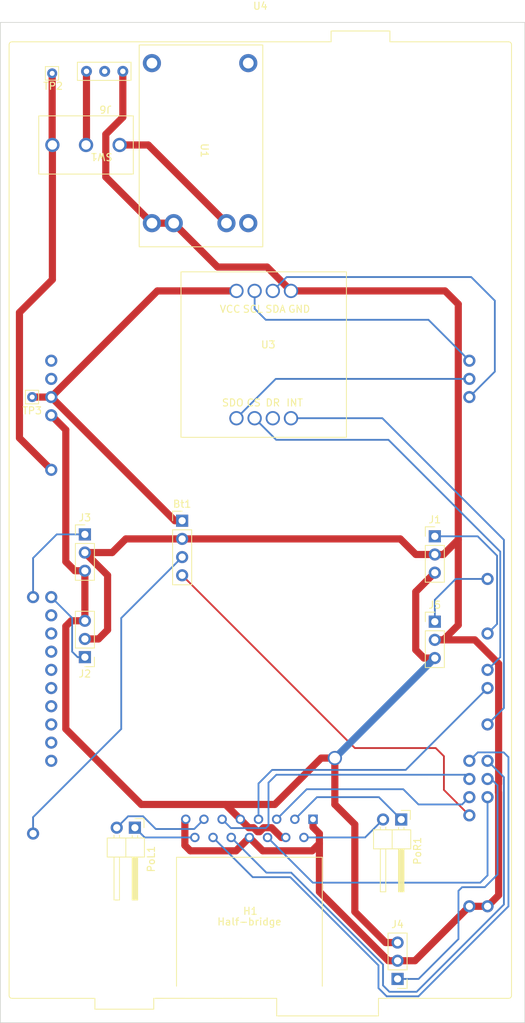
<source format=kicad_pcb>
(kicad_pcb (version 20211014) (generator pcbnew)
  (layers (0 "F.Cu" signal) (31 "B.Cu" power) (34 "B.Paste" user) (35 "F.Paste" user) (36 "B.SilkS" user "B.Silkscreen") (37 "F.SilkS" user "F.Silkscreen") (38 "B.Mask" user) (39 "F.Mask" user) (44 "Edge.Cuts" user))
  (net 0 "")
  (net 1 "GND")
  (net 2 "Net-(H1-Pad2)")
  (net 3 "Net-(H1-Pad3)")
  (net 4 "/3.3V")
  (net 5 "Net-(H1-Pad13)")
  (net 6 "Net-(H1-Pad14)")
  (net 7 "Net-(U3-Pad2)")
  (net 9 "Net-(U3-Pad4)")
  (net 10 "Net-(U4-Pad114)")
  (net 11 "Net-(U3-Pad6)")
  (net 12 "Net-(U3-Pad7)")
  (net 13 "/IOREF")
  (net 14 "Net-(J3-Pad1)")
  (net 15 "/5V")
  (net 20 "/Vin")
  (net 21 "/chrg+")
  (net 22 "/Batt+")
  (net 23 "Net-(J2-Pad1)")
  (net 24 "Net-(Bt1-Pad3)")
  (net 25 "Net-(U3-Pad1)")
  (net 26 "Net-(J5-Pad1)")
  (net 27 "Net-(H1-Pad7)")
  (net 28 "Net-(H1-Pad12)")
  (net 29 "Net-(H1-Pad10)")
  (net 30 "Net-(H1-Pad11)")
  (net 31 "Net-(J4-Pad1)")
  (net 32 "Net-(H1-Pad5)")
  (net 33 "Net-(H1-Pad6)")
  (net 34 "Net-(Bt1-Pad4)")
  (footprint "Connector_PinHeader_2.54mm:PinHeader_1x03_P2.54mm_Vertical" (layer "F.Cu") (at 149.606 166.358 180)
    (fp_text reference "J4" (at 0 7.62) (layer "F.SilkS"))
    (fp_text value "IR_sensor")
    (fp_line (start -1.33 1.27) (end -1.33 6.41) (layer "F.SilkS") (width 0.12))
    (fp_line (start -1.33 6.41) (end 1.33 6.41) (layer "F.SilkS") (width 0.12))
    (fp_line (start -1.33 0) (end -1.33 -1.33) (layer "F.SilkS") (width 0.12))
    (fp_line (start -1.33 -1.33) (end 0 -1.33) (layer "F.SilkS") (width 0.12))
    (fp_line (start 1.33 1.27) (end 1.33 6.41) (layer "F.SilkS") (width 0.12))
    (fp_line (start -1.33 1.27) (end 1.33 1.27) (layer "F.SilkS") (width 0.12))
    (pad "1" thru_hole rect (at 0 0 180) (size 1.7 1.7) (drill 1) (layers *.Cu *.Mask) (net 31 "Net-(J4-Pad1)"))
    (pad "2" thru_hole oval (at 0 2.54 180) (size 1.7 1.7) (drill 1) (layers *.Cu *.Mask) (net 1 "GND"))
    (pad "3" thru_hole oval (at 0 5.08 180) (size 1.7 1.7) (drill 1) (layers *.Cu *.Mask) (net 15 "/5V"))
  )
  (footprint "Connector_PinHeader_2.54mm:PinHeader_1x02_P2.54mm_Horizontal" (layer "F.Cu") (at 112.908 145.234 -90)
    (fp_text reference "PoL1" (at 4.385 -2.27 90) (layer "F.SilkS"))
    (fp_text value "DC-motor_L")
    (fp_line (start 4.1 0.16) (end 10.1 0.16) (layer "F.SilkS") (width 0.12))
    (fp_line (start 1.44 3.87) (end 4.1 3.87) (layer "F.SilkS") (width 0.12))
    (fp_line (start 1.44 1.27) (end 4.1 1.27) (layer "F.SilkS") (width 0.12))
    (fp_line (start 1.042929 2.92) (end 1.44 2.92) (layer "F.SilkS") (width 0.12))
    (fp_line (start 1.11 -0.38) (end 1.44 -0.38) (layer "F.SilkS") (width 0.12))
    (fp_line (start 4.1 -0.32) (end 10.1 -0.32) (layer "F.SilkS") (width 0.12))
    (fp_line (start -1.27 0) (end -1.27 -1.27) (layer "F.SilkS") (width 0.12))
    (fp_line (start 10.1 0.38) (end 4.1 0.38) (layer "F.SilkS") (width 0.12))
    (fp_line (start 4.1 0.28) (end 10.1 0.28) (layer "F.SilkS") (width 0.12))
    (fp_line (start 1.042929 2.16) (end 1.44 2.16) (layer "F.SilkS") (width 0.12))
    (fp_line (start 4.1 -1.33) (end 1.44 -1.33) (layer "F.SilkS") (width 0.12))
    (fp_line (start 10.1 2.16) (end 10.1 2.92) (layer "F.SilkS") (width 0.12))
    (fp_line (start 4.1 3.87) (end 4.1 -1.33) (layer "F.SilkS") (width 0.12))
    (fp_line (start 10.1 2.92) (end 4.1 2.92) (layer "F.SilkS") (width 0.12))
    (fp_line (start -1.27 -1.27) (end 0 -1.27) (layer "F.SilkS") (width 0.12))
    (fp_line (start 1.44 -1.33) (end 1.44 3.87) (layer "F.SilkS") (width 0.12))
    (fp_line (start 4.1 -0.08) (end 10.1 -0.08) (layer "F.SilkS") (width 0.12))
    (fp_line (start 10.1 -0.38) (end 10.1 0.38) (layer "F.SilkS") (width 0.12))
    (fp_line (start 4.1 -0.38) (end 10.1 -0.38) (layer "F.SilkS") (width 0.12))
    (fp_line (start 4.1 0.04) (end 10.1 0.04) (layer "F.SilkS") (width 0.12))
    (fp_line (start 4.1 2.16) (end 10.1 2.16) (layer "F.SilkS") (width 0.12))
    (fp_line (start 1.11 0.38) (end 1.44 0.38) (layer "F.SilkS") (width 0.12))
    (fp_line (start 4.1 -0.2) (end 10.1 -0.2) (layer "F.SilkS") (width 0.12))
    (pad "1" thru_hole rect (at 0 0 270) (size 1.7 1.7) (drill 1) (layers *.Cu *.Mask) (net 6 "Net-(H1-Pad14)"))
    (pad "2" thru_hole oval (at 0 2.54 270) (size 1.7 1.7) (drill 1) (layers *.Cu *.Mask) (net 5 "Net-(H1-Pad13)"))
  )
  (footprint "Omat:GY-50" (layer "F.Cu") (at 119.348 90.713)
    (fp_text reference "U3" (at 12.192 -12.93 unlocked) (layer "F.SilkS"))
    (fp_text value "gy50")
    (fp_text user "INT" (at 15.875 -4.826 unlocked) (layer "F.SilkS"))
    (fp_text user "VCC" (at 6.858 -17.907 unlocked) (layer "F.SilkS"))
    (fp_text user "CS" (at 10.16 -4.826 unlocked) (layer "F.SilkS"))
    (fp_text user "SCL" (at 10.033 -17.907 unlocked) (layer "F.SilkS"))
    (fp_text user "DR" (at 12.827 -4.826 unlocked) (layer "F.SilkS"))
    (fp_text user "GND" (at 16.51 -17.907 unlocked) (layer "F.SilkS"))
    (fp_text user "SDA" (at 13.208 -17.907 unlocked) (layer "F.SilkS"))
    (fp_text user "SDO" (at 7.239 -4.826 unlocked) (layer "F.SilkS"))
    (fp_rect (start 0 0) (end 23.114 -23.114) (layer "F.SilkS") (width 0.12) (fill none))
    (pad "1" thru_hole circle (at 7.747 -2.667) (size 2 2) (drill 1.5) (layers *.Cu *.Mask) (net 25 "Net-(U3-Pad1)"))
    (pad "2" thru_hole circle (at 10.287 -2.667) (size 2 2) (drill 1.5) (layers *.Cu *.Mask) (net 7 "Net-(U3-Pad2)"))
    (pad "3" thru_hole circle (at 12.827 -2.667) (size 2 2) (drill 1.5) (layers *.Cu *.Mask))
    (pad "4" thru_hole circle (at 15.367 -2.667) (size 2 2) (drill 1.5) (layers *.Cu *.Mask) (net 9 "Net-(U3-Pad4)"))
    (pad "5" thru_hole circle (at 7.747 -20.447) (size 2 2) (drill 1.5) (layers *.Cu *.Mask) (net 4 "/3.3V"))
    (pad "6" thru_hole circle (at 10.287 -20.447) (size 2 2) (drill 1.5) (layers *.Cu *.Mask) (net 11 "Net-(U3-Pad6)"))
    (pad "7" thru_hole circle (at 12.827 -20.447) (size 2 2) (drill 1.5) (layers *.Cu *.Mask) (net 12 "Net-(U3-Pad7)"))
    (pad "8" thru_hole circle (at 15.367 -20.447) (size 2 2) (drill 1.5) (layers *.Cu *.Mask) (net 1 "GND"))
  )
  (footprint "Connector_Pin:Pin_D0.7mm_L6.5mm_W1.8mm_FlatFork" (layer "F.Cu") (at 101.346 39.881)
    (fp_text reference "TP2" (at 0.127 1.778) (layer "F.SilkS"))
    (fp_text value "TestPoint")
    (fp_line (start 0.9 0.95) (end 0.9 -0.9) (layer "F.SilkS") (width 0.12))
    (fp_line (start -0.95 0.95) (end 0.9 0.95) (layer "F.SilkS") (width 0.12))
    (fp_line (start 0.9 -0.9) (end 0.9 -0.95) (layer "F.SilkS") (width 0.12))
    (fp_line (start -0.95 -0.95) (end -0.95 0.95) (layer "F.SilkS") (width 0.12))
    (fp_line (start 0.9 -0.95) (end -0.95 -0.95) (layer "F.SilkS") (width 0.12))
    (pad "1" thru_hole circle (at 0 0) (size 1.4 1.4) (drill 0.7) (layers *.Cu *.Mask) (net 20 "/Vin"))
  )
  (footprint "Connector_PinHeader_2.54mm:PinHeader_1x04_P2.54mm_Vertical" (layer "F.Cu") (at 119.507 102.362)
    (fp_text reference "Bt1" (at 0 -2.33) (layer "F.SilkS"))
    (fp_text value "Bluetooth_module")
    (fp_line (start -1.33 8.95) (end 1.33 8.95) (layer "F.SilkS") (width 0.12))
    (fp_line (start -1.33 0) (end -1.33 -1.33) (layer "F.SilkS") (width 0.12))
    (fp_line (start 1.33 1.27) (end 1.33 8.95) (layer "F.SilkS") (width 0.12))
    (fp_line (start -1.33 -1.33) (end 0 -1.33) (layer "F.SilkS") (width 0.12))
    (fp_line (start -1.33 1.27) (end -1.33 8.95) (layer "F.SilkS") (width 0.12))
    (fp_line (start -1.33 1.27) (end 1.33 1.27) (layer "F.SilkS") (width 0.12))
    (pad "1" thru_hole rect (at 0 0) (size 1.7 1.7) (drill 1) (layers *.Cu *.Mask) (net 4 "/3.3V"))
    (pad "2" thru_hole oval (at 0 2.54) (size 1.7 1.7) (drill 1) (layers *.Cu *.Mask) (net 1 "GND"))
    (pad "3" thru_hole oval (at 0 5.08) (size 1.7 1.7) (drill 1) (layers *.Cu *.Mask) (net 24 "Net-(Bt1-Pad3)"))
    (pad "4" thru_hole oval (at 0 7.62) (size 1.7 1.7) (drill 1) (layers *.Cu *.Mask) (net 34 "Net-(Bt1-Pad4)"))
  )
  (footprint "Omat:SPDT" (layer "F.Cu") (at 112.681 45.818 180)
    (fp_text reference "SW1" (at 4.445 -5.715 180 unlocked) (layer "F.SilkS"))
    (fp_text value "Pwr_Sw")
    (fp_rect (start 0 0) (end 13.208 -8.128) (layer "F.SilkS") (width 0.12) (fill none))
    (pad "1" thru_hole circle (at 11.303 -4.064 180) (size 2 2) (drill 1.3) (layers *.Cu *.Mask) (net 20 "/Vin"))
    (pad "2" thru_hole circle (at 6.604 -4.064 180) (size 2 2) (drill 1.3) (layers *.Cu *.Mask) (net 22 "/Batt+"))
    (pad "3" thru_hole circle (at 1.905 -4.064 180) (size 2 2) (drill 1.3) (layers *.Cu *.Mask) (net 21 "/chrg+"))
  )
  (footprint "Connector_PinHeader_2.54mm:PinHeader_1x03_P2.54mm_Vertical" (layer "F.Cu") (at 105.918 104.27)
    (fp_text reference "J3" (at 0 -2.33) (layer "F.SilkS"))
    (fp_text value "IR_sensor")
    (fp_line (start 1.33 1.27) (end 1.33 6.41) (layer "F.SilkS") (width 0.12))
    (fp_line (start -1.33 1.27) (end -1.33 6.41) (layer "F.SilkS") (width 0.12))
    (fp_line (start -1.33 1.27) (end 1.33 1.27) (layer "F.SilkS") (width 0.12))
    (fp_line (start -1.33 6.41) (end 1.33 6.41) (layer "F.SilkS") (width 0.12))
    (fp_line (start -1.33 -1.33) (end 0 -1.33) (layer "F.SilkS") (width 0.12))
    (fp_line (start -1.33 0) (end -1.33 -1.33) (layer "F.SilkS") (width 0.12))
    (pad "1" thru_hole rect (at 0 0) (size 1.7 1.7) (drill 1) (layers *.Cu *.Mask) (net 14 "Net-(J3-Pad1)"))
    (pad "2" thru_hole oval (at 0 2.54) (size 1.7 1.7) (drill 1) (layers *.Cu *.Mask) (net 1 "GND"))
    (pad "3" thru_hole oval (at 0 5.08) (size 1.7 1.7) (drill 1) (layers *.Cu *.Mask) (net 15 "/5V"))
  )
  (footprint "Connector_PinHeader_2.54mm:PinHeader_1x03_P2.54mm_Vertical" (layer "F.Cu") (at 105.918 121.415 180)
    (fp_text reference "J2" (at 0 -2.33) (layer "F.SilkS"))
    (fp_text value "IR_sensor")
    (fp_line (start -1.33 0) (end -1.33 -1.33) (layer "F.SilkS") (width 0.12))
    (fp_line (start 1.33 1.27) (end 1.33 6.41) (layer "F.SilkS") (width 0.12))
    (fp_line (start -1.33 6.41) (end 1.33 6.41) (layer "F.SilkS") (width 0.12))
    (fp_line (start -1.33 1.27) (end -1.33 6.41) (layer "F.SilkS") (width 0.12))
    (fp_line (start -1.33 1.27) (end 1.33 1.27) (layer "F.SilkS") (width 0.12))
    (fp_line (start -1.33 -1.33) (end 0 -1.33) (layer "F.SilkS") (width 0.12))
    (pad "1" thru_hole rect (at 0 0 180) (size 1.7 1.7) (drill 1) (layers *.Cu *.Mask) (net 23 "Net-(J2-Pad1)"))
    (pad "2" thru_hole oval (at 0 2.54 180) (size 1.7 1.7) (drill 1) (layers *.Cu *.Mask) (net 1 "GND"))
    (pad "3" thru_hole oval (at 0 5.08 180) (size 1.7 1.7) (drill 1) (layers *.Cu *.Mask) (net 15 "/5V"))
  )
  (footprint "Connector_PinHeader_2.54mm:PinHeader_1x03_P2.54mm_Vertical" (layer "F.Cu") (at 154.813 104.539)
    (fp_text reference "J1" (at 0 -2.33) (layer "F.SilkS"))
    (fp_text value "IR_sensor")
    (fp_line (start -1.33 1.27) (end 1.33 1.27) (layer "F.SilkS") (width 0.12))
    (fp_line (start -1.33 6.41) (end 1.33 6.41) (layer "F.SilkS") (width 0.12))
    (fp_line (start -1.33 0) (end -1.33 -1.33) (layer "F.SilkS") (width 0.12))
    (fp_line (start -1.33 1.27) (end -1.33 6.41) (layer "F.SilkS") (width 0.12))
    (fp_line (start -1.33 -1.33) (end 0 -1.33) (layer "F.SilkS") (width 0.12))
    (fp_line (start 1.33 1.27) (end 1.33 6.41) (layer "F.SilkS") (width 0.12))
    (pad "1" thru_hole rect (at 0 0) (size 1.7 1.7) (drill 1) (layers *.Cu *.Mask) (net 10 "Net-(U4-Pad114)"))
    (pad "2" thru_hole oval (at 0 2.54) (size 1.7 1.7) (drill 1) (layers *.Cu *.Mask) (net 1 "GND"))
    (pad "3" thru_hole oval (at 0 5.08) (size 1.7 1.7) (drill 1) (layers *.Cu *.Mask) (net 15 "/5V"))
  )
  (footprint "Omat:TPS4056" (layer "F.Cu") (at 113.506 35.912 -90)
    (fp_text reference "U1" (at 14.732 -9.12 -90 unlocked) (layer "F.SilkS"))
    (fp_text value "pwr_mgr_1")
    (fp_rect (start 0 0) (end 28.194 -17.272) (layer "F.SilkS") (width 0.12) (fill none))
    (pad "1" thru_hole circle (at 24.892 -1.778 270) (size 2.54 2.54) (drill 1.5) (layers *.Cu *.Mask) (net 1 "GND"))
    (pad "2" thru_hole circle (at 24.892 -4.826 270) (size 2.54 2.54) (drill 1.5) (layers *.Cu *.Mask) (net 1 "GND"))
    (pad "3" thru_hole circle (at 24.892 -12.192 270) (size 2.54 2.54) (drill 1.5) (layers *.Cu *.Mask) (net 21 "/chrg+"))
    (pad "4" thru_hole circle (at 24.892 -15.24 270) (size 2.54 2.54) (drill 1.5) (layers *.Cu *.Mask))
    (pad "5" thru_hole circle (at 2.54 -1.778 270) (size 2.54 2.54) (drill 1.5) (layers *.Cu *.Mask))
    (pad "6" thru_hole circle (at 2.54 -15.24 270) (size 2.54 2.54) (drill 1.5) (layers *.Cu *.Mask))
  )
  (footprint "Connector_Pin:Pin_D0.7mm_L6.5mm_W1.8mm_FlatFork" (layer "F.Cu") (at 98.552 85.09)
    (fp_text reference "TP3" (at 0 1.905) (layer "F.SilkS"))
    (fp_text value "TestPoint")
    (fp_line (start -0.95 0.95) (end 0.9 0.95) (layer "F.SilkS") (width 0.12))
    (fp_line (start 0.9 -0.95) (end -0.95 -0.95) (layer "F.SilkS") (width 0.12))
    (fp_line (start -0.95 -0.95) (end -0.95 0.95) (layer "F.SilkS") (width 0.12))
    (fp_line (start 0.9 -0.9) (end 0.9 -0.95) (layer "F.SilkS") (width 0.12))
    (fp_line (start 0.9 0.95) (end 0.9 -0.9) (layer "F.SilkS") (width 0.12))
    (pad "1" thru_hole circle (at 0 0) (size 1.4 1.4) (drill 0.7) (layers *.Cu *.Mask) (net 4 "/3.3V"))
  )
  (footprint "Connector_PinHeader_2.54mm:PinHeader_1x02_P2.54mm_Horizontal" (layer "F.Cu") (at 150.119 144.091 -90)
    (fp_text reference "PoR1" (at 4.385 -2.27 90) (layer "F.SilkS"))
    (fp_text value "DC-motor_R")
    (fp_line (start 1.44 3.87) (end 4.1 3.87) (layer "F.SilkS") (width 0.12))
    (fp_line (start 10.1 2.16) (end 10.1 2.92) (layer "F.SilkS") (width 0.12))
    (fp_line (start 10.1 -0.38) (end 10.1 0.38) (layer "F.SilkS") (width 0.12))
    (fp_line (start 4.1 2.16) (end 10.1 2.16) (layer "F.SilkS") (width 0.12))
    (fp_line (start 10.1 2.92) (end 4.1 2.92) (layer "F.SilkS") (width 0.12))
    (fp_line (start 1.11 -0.38) (end 1.44 -0.38) (layer "F.SilkS") (width 0.12))
    (fp_line (start 4.1 -0.38) (end 10.1 -0.38) (layer "F.SilkS") (width 0.12))
    (fp_line (start 1.44 -1.33) (end 1.44 3.87) (layer "F.SilkS") (width 0.12))
    (fp_line (start 1.042929 2.92) (end 1.44 2.92) (layer "F.SilkS") (width 0.12))
    (fp_line (start 1.042929 2.16) (end 1.44 2.16) (layer "F.SilkS") (width 0.12))
    (fp_line (start 4.1 -0.08) (end 10.1 -0.08) (layer "F.SilkS") (width 0.12))
    (fp_line (start 4.1 0.28) (end 10.1 0.28) (layer "F.SilkS") (width 0.12))
    (fp_line (start 4.1 -0.32) (end 10.1 -0.32) (layer "F.SilkS") (width 0.12))
    (fp_line (start -1.27 0) (end -1.27 -1.27) (layer "F.SilkS") (width 0.12))
    (fp_line (start 4.1 0.16) (end 10.1 0.16) (layer "F.SilkS") (width 0.12))
    (fp_line (start 4.1 0.04) (end 10.1 0.04) (layer "F.SilkS") (width 0.12))
    (fp_line (start 4.1 -0.2) (end 10.1 -0.2) (layer "F.SilkS") (width 0.12))
    (fp_line (start 1.11 0.38) (end 1.44 0.38) (layer "F.SilkS") (width 0.12))
    (fp_line (start 1.44 1.27) (end 4.1 1.27) (layer "F.SilkS") (width 0.12))
    (fp_line (start -1.27 -1.27) (end 0 -1.27) (layer "F.SilkS") (width 0.12))
    (fp_line (start 10.1 0.38) (end 4.1 0.38) (layer "F.SilkS") (width 0.12))
    (fp_line (start 4.1 3.87) (end 4.1 -1.33) (layer "F.SilkS") (width 0.12))
    (fp_line (start 4.1 -1.33) (end 1.44 -1.33) (layer "F.SilkS") (width 0.12))
    (pad "1" thru_hole rect (at 0 0 270) (size 1.7 1.7) (drill 1) (layers *.Cu *.Mask) (net 3 "Net-(H1-Pad3)"))
    (pad "2" thru_hole oval (at 0 2.54 270) (size 1.7 1.7) (drill 1) (layers *.Cu *.Mask) (net 2 "Net-(H1-Pad2)"))
  )
  (footprint "Omat:Connector_3pin" (layer "F.Cu") (at 112.3635 38.325 180)
    (fp_text reference "J6" (at 3.556 -6.58 180 unlocked) (layer "F.SilkS"))
    (fp_text value "BATT")
    (fp_rect (start 0 0) (end 7.493 -2.54) (layer "F.SilkS") (width 0.12) (fill none))
    (pad "1" thru_hole circle (at 1.143 -1.27 180) (size 1.524 1.524) (drill 0.762) (layers *.Cu *.Mask) (net 1 "GND"))
    (pad "2" thru_hole circle (at 3.683 -1.27 180) (size 1.524 1.524) (drill 0.762) (layers *.Cu *.Mask))
    (pad "3" thru_hole circle (at 6.223 -1.27 180) (size 1.524 1.524) (drill 0.762) (layers *.Cu *.Mask) (net 22 "/Batt+"))
  )
  (footprint "Omat:L298HN" (layer "F.Cu") (at 137.795 144.0591 180)
    (fp_text reference "H1" (at 8.763 -12.827 180) (layer "F.SilkS"))
    (fp_text value "Half-bridge" (at 8.89 -14.3129 180) (layer "F.SilkS"))
    (fp_line (start 19.0754 -5.3086) (end 19.0754 -23.3172) (layer "F.SilkS") (width 0.12))
    (fp_line (start -1.2954 -23.3172) (end -1.2954 -5.3086) (layer "F.SilkS") (width 0.12))
    (fp_line (start -1.2954 -5.3086) (end 19.0754 -5.3086) (layer "F.SilkS") (width 0.12))
    (pad "1" thru_hole rect (at 0 0 180) (size 1.3208 1.3208) (drill 0.8128) (layers *.Cu *.Mask) (net 1 "GND"))
    (pad "2" thru_hole circle (at 1.27 -2.54 180) (size 1.3208 1.3208) (drill 0.8128) (layers *.Cu *.Mask) (net 2 "Net-(H1-Pad2)"))
    (pad "3" thru_hole circle (at 2.54 0 180) (size 1.3208 1.3208) (drill 0.8128) (layers *.Cu *.Mask) (net 3 "Net-(H1-Pad3)"))
    (pad "4" thru_hole circle (at 3.81 -2.54 180) (size 1.3208 1.3208) (drill 0.8128) (layers *.Cu *.Mask) (net 15 "/5V"))
    (pad "5" thru_hole circle (at 5.08 0 180) (size 1.3208 1.3208) (drill 0.8128) (layers *.Cu *.Mask) (net 32 "Net-(H1-Pad5)"))
    (pad "6" thru_hole circle (at 6.35 -2.54 180) (size 1.3208 1.3208) (drill 0.8128) (layers *.Cu *.Mask) (net 33 "Net-(H1-Pad6)"))
    (pad "7" thru_hole circle (at 7.62 0 180) (size 1.3208 1.3208) (drill 0.8128) (layers *.Cu *.Mask) (net 27 "Net-(H1-Pad7)"))
    (pad "8" thru_hole circle (at 8.89 -2.54 180) (size 1.3208 1.3208) (drill 0.8128) (layers *.Cu *.Mask) (net 1 "GND"))
    (pad "9" thru_hole circle (at 10.16 0 180) (size 1.3208 1.3208) (drill 0.8128) (layers *.Cu *.Mask) (net 15 "/5V"))
    (pad "10" thru_hole circle (at 11.43 -2.54 180) (size 1.3208 1.3208) (drill 0.8128) (layers *.Cu *.Mask) (net 29 "Net-(H1-Pad10)"))
    (pad "11" thru_hole circle (at 12.7 0 180) (size 1.3208 1.3208) (drill 0.8128) (layers *.Cu *.Mask) (net 30 "Net-(H1-Pad11)"))
    (pad "12" thru_hole circle (at 13.97 -2.54 180) (size 1.3208 1.3208) (drill 0.8128) (layers *.Cu *.Mask) (net 28 "Net-(H1-Pad12)"))
    (pad "13" thru_hole circle (at 15.24 0 180) (size 1.3208 1.3208) (drill 0.8128) (layers *.Cu *.Mask) (net 5 "Net-(H1-Pad13)"))
    (pad "14" thru_hole circle (at 16.51 -2.54 180) (size 1.3208 1.3208) (drill 0.8128) (layers *.Cu *.Mask) (net 6 "Net-(H1-Pad14)"))
    (pad "15" thru_hole circle (at 17.78 0 180) (size 1.3208 1.3208) (drill 0.8128) (layers *.Cu *.Mask) (net 1 "GND"))
  )
  (footprint "Omat:ST_Morpho_Connector_144_STLink_MountingHoles_modded" (layer "F.Cu") (at 98.679 67.313)
    (fp_text reference "U4" (at 31.75 -36.83) (layer "F.SilkS"))
    (fp_text value "NUCLEO144-F429ZI")
    (fp_line (start 49.86 -31.84) (end 66.45 -31.84) (layer "F.SilkS") (width 0.12))
    (fp_line (start 8.64 101.76) (end 8.64 103.27) (layer "F.SilkS") (width 0.12))
    (fp_line (start 41.64 -31.84) (end -2.95 -31.84) (layer "F.SilkS") (width 0.12))
    (fp_line (start 8.64 101.76) (end -2.95 101.76) (layer "F.SilkS") (width 0.12))
    (fp_line (start 48.26 101.76) (end 66.45 101.76) (layer "F.SilkS") (width 0.12))
    (fp_line (start 49.86 -33.35) (end 49.86 -31.84) (layer "F.SilkS") (width 0.12))
    (fp_line (start 8.64 103.27) (end 16.86 103.27) (layer "F.SilkS") (width 0.12))
    (fp_line (start 34.04 104.21) (end 34.04 101.76) (layer "F.SilkS") (width 0.12))
    (fp_line (start 16.86 103.27) (end 16.86 101.75) (layer "F.SilkS") (width 0.12))
    (fp_line (start 48.26 101.76) (end 48.26 104.21) (layer "F.SilkS") (width 0.12))
    (fp_line (start 41.64 -31.84) (end 41.64 -33.35) (layer "F.SilkS") (width 0.12))
    (fp_line (start 41.64 -33.35) (end 49.86 -33.35) (layer "F.SilkS") (width 0.12))
    (fp_line (start 66.85 101.36) (end 66.85 -31.44) (layer "F.SilkS") (width 0.12))
    (fp_line (start -3.35 -31.44) (end -3.35 101.36) (layer "F.SilkS") (width 0.12))
    (fp_line (start 48.26 104.21) (end 34.04 104.21) (layer "F.SilkS") (width 0.12))
    (fp_line (start 34.04 101.76) (end 16.86 101.75) (layer "F.SilkS") (width 0.12))
    (fp_arc (start 66.45 -31.84) (mid 66.732843 -31.722843) (end 66.85 -31.44) (layer "F.SilkS") (width 0.12))
    (fp_arc (start -3.35 -31.44) (mid -3.232843 -31.722843) (end -2.95 -31.84) (layer "F.SilkS") (width 0.12))
    (fp_arc (start -2.95 101.76) (mid -3.232843 101.642843) (end -3.35 101.36) (layer "F.SilkS") (width 0.12))
    (fp_arc (start 66.85 101.36) (mid 66.732843 101.642843) (end 66.45 101.76) (layer "F.SilkS") (width 0.12))
    (pad "" np_thru_hole circle (at 40.55 48.3) (size 3 3) (drill 3) (layers *.Cu *.Mask))
    (pad "" np_thru_hole circle (at 55.9 -2.5) (size 3 3) (drill 3) (layers *.Cu *.Mask))
    (pad "" np_thru_hole circle (at 8.89 72.39) (size 3 3) (drill 3) (layers *.Cu *.Mask))
    (pad "" np_thru_hole circle (at 7.62 -3.81) (size 3 3) (drill 3) (layers *.Cu *.Mask))
    (pad "" np_thru_hole circle (at 54.6 72.4) (size 3 3) (drill 3) (layers *.Cu *.Mask))
    (pad "12" thru_hole circle (at 2.54 12.7) (size 1.7 1.7) (drill 1) (layers *.Cu *.Mask) (net 13 "/IOREF"))
    (pad "14" thru_hole circle (at 2.54 15.24) (size 1.7 1.7) (drill 1) (layers *.Cu *.Mask))
    (pad "16" thru_hole circle (at 2.54 17.78) (size 1.7 1.7) (drill 1) (layers *.Cu *.Mask) (net 4 "/3.3V"))
    (pad "18" thru_hole circle (at 2.54 20.32) (size 1.7 1.7) (drill 1) (layers *.Cu *.Mask) (net 15 "/5V"))
    (pad "24" thru_hole circle (at 2.54 27.94) (size 1.7 1.7) (drill 1) (layers *.Cu *.Mask) (net 20 "/Vin"))
    (pad "37" thru_hole circle (at 0 45.72) (size 1.7 1.7) (drill 1) (layers *.Cu *.Mask) (net 14 "Net-(J3-Pad1)"))
    (pad "38" thru_hole circle (at 2.54 45.72) (size 1.7 1.7) (drill 1) (layers *.Cu *.Mask) (net 23 "Net-(J2-Pad1)"))
    (pad "40" thru_hole circle (at 2.54 48.26) (size 1.7 1.7) (drill 1) (layers *.Cu *.Mask))
    (pad "42" thru_hole circle (at 2.54 50.8) (size 1.7 1.7) (drill 1) (layers *.Cu *.Mask))
    (pad "44" thru_hole circle (at 2.54 53.34) (size 1.7 1.7) (drill 1) (layers *.Cu *.Mask))
    (pad "46" thru_hole circle (at 2.54 55.88) (size 1.7 1.7) (drill 1) (layers *.Cu *.Mask))
    (pad "48" thru_hole circle (at 2.54 58.42) (size 1.7 1.7) (drill 1) (layers *.Cu *.Mask))
    (pad "50" thru_hole circle (at 2.54 60.96) (size 1.7 1.7) (drill 1) (layers *.Cu *.Mask))
    (pad "52" thru_hole circle (at 2.54 63.5) (size 1.7 1.7) (drill 1) (layers *.Cu *.Mask))
    (pad "54" thru_hole circle (at 2.54 66.04) (size 1.7 1.7) (drill 1) (layers *.Cu *.Mask))
    (pad "56" thru_hole circle (at 2.54 68.58) (size 1.7 1.7) (drill 1) (layers *.Cu *.Mask))
    (pad "63" thru_hole circle (at 0 78.74) (size 1.7 1.7) (drill 1) (layers *.Cu *.Mask) (net 24 "Net-(Bt1-Pad3)"))
    (pad "83" thru_hole circle (at 60.96 12.7) (size 1.7 1.7) (drill 1) (layers *.Cu *.Mask) (net 11 "Net-(U3-Pad6)"))
    (pad "85" thru_hole circle (at 60.96 15.24) (size 1.7 1.7) (drill 1) (layers *.Cu *.Mask) (net 25 "Net-(U3-Pad1)"))
    (pad "87" thru_hole circle (at 60.96 17.78) (size 1.7 1.7) (drill 1) (layers *.Cu *.Mask) (net 12 "Net-(U3-Pad7)"))
    (pad "108" thru_hole circle (at 63.5 43.18) (size 1.7 1.7) (drill 1) (layers *.Cu *.Mask) (net 26 "Net-(J5-Pad1)"))
    (pad "114" thru_hole circle (at 63.5 50.8) (size 1.7 1.7) (drill 1) (layers *.Cu *.Mask) (net 10 "Net-(U4-Pad114)"))
    (pad "118" thru_hole circle (at 63.5 55.88) (size 1.7 1.7) (drill 1) (layers *.Cu *.Mask) (net 7 "Net-(U3-Pad2)"))
    (pad "120" thru_hole circle (at 63.5 58.42) (size 1.7 1.7) (drill 1) (layers *.Cu *.Mask) (net 27 "Net-(H1-Pad7)"))
    (pad "124" thru_hole circle (at 63.5 63.5) (size 1.7 1.7) (drill 1) (layers *.Cu *.Mask) (net 9 "Net-(U3-Pad4)"))
    (pad "127" thru_hole circle (at 60.96 68.58) (size 1.7 1.7) (drill 1) (layers *.Cu *.Mask) (net 28 "Net-(H1-Pad12)"))
    (pad "128" thru_hole circle (at 63.5 68.58) (size 1.7 1.7) (drill 1) (layers *.Cu *.Mask) (net 29 "Net-(H1-Pad10)"))
    (pad "129" thru_hole circle (at 60.96 71.12) (size 1.7 1.7) (drill 1) (layers *.Cu *.Mask) (net 30 "Net-(H1-Pad11)"))
    (pad "130" thru_hole circle (at 63.5 71.12) (size 1.7 1.7) (drill 1) (layers *.Cu *.Mask) (net 31 "Net-(J4-Pad1)"))
    (pad "131" thru_hole circle (at 60.96 73.66) (size 1.7 1.7) (drill 1) (layers *.Cu *.Mask) (net 32 "Net-(H1-Pad5)"))
    (pad "132" thru_hole circle (at 63.5 73.66) (size 1.7 1.7) (drill 1) (layers *.Cu *.Mask) (net 33 "Net-(H1-Pad6)"))
    (pad "133" thru_hole circle (at 60.96 76.2) (size 1.7 1.7) (drill 1) (layers *.Cu *.Mask) (net 34 "Net-(Bt1-Pad4)"))
    (pad "143" thru_hole circle (at 60.96 88.9) (size 1.7 1.7) (drill 1) (layers *.Cu *.Mask) (net 1 "GND"))
    (pad "144" thru_hole circle (at 63.5 88.9) (size 1.7 1.7) (drill 1) (layers *.Cu *.Mask) (net 1 "GND"))
  )
  (footprint "Connector_PinHeader_2.54mm:PinHeader_1x03_P2.54mm_Vertical" (layer "F.Cu") (at 154.813 116.462)
    (fp_text reference "J5" (at 0 -2.33) (layer "F.SilkS"))
    (fp_text value "IR_sensor")
    (fp_line (start 1.33 1.27) (end 1.33 6.41) (layer "F.SilkS") (width 0.12))
    (fp_line (start -1.33 1.27) (end -1.33 6.41) (layer "F.SilkS") (width 0.12))
    (fp_line (start -1.33 -1.33) (end 0 -1.33) (layer "F.SilkS") (width 0.12))
    (fp_line (start -1.33 6.41) (end 1.33 6.41) (layer "F.SilkS") (width 0.12))
    (fp_line (start -1.33 0) (end -1.33 -1.33) (layer "F.SilkS") (width 0.12))
    (fp_line (start -1.33 1.27) (end 1.33 1.27) (layer "F.SilkS") (width 0.12))
    (pad "1" thru_hole rect (at 0 0) (size 1.7 1.7) (drill 1) (layers *.Cu *.Mask) (net 26 "Net-(J5-Pad1)"))
    (pad "2" thru_hole oval (at 0 2.54) (size 1.7 1.7) (drill 1) (layers *.Cu *.Mask) (net 1 "GND"))
    (pad "3" thru_hole oval (at 0 5.08) (size 1.7 1.7) (drill 1) (layers *.Cu *.Mask) (net 15 "/5V"))
  )
  (gr_rect (start 94.107 32.769) (end 167.386 172.469) (layer "Edge.Cuts") (width 0.1) (fill none))
  (segment (start 139 154.497) (end 148.321 163.818) (width 1) (layer "F.Cu") (net 1))
  (segment (start 163.703 139.100341) (end 163.728511 139.07483) (width 1) (layer "F.Cu") (net 1))
  (segment (start 108.839 54.359) (end 115.284 60.804) (width 1) (layer "F.Cu") (net 1))
  (segment (start 105.918 106.81) (end 109.09 109.982) (width 1) (layer "F.Cu") (net 1))
  (segment (start 111.2205 39.595) (end 111.2205 46.0085) (width 1) (layer "F.Cu") (net 1))
  (segment (start 119.507 104.902) (end 149.987 104.902) (width 1) (layer "F.Cu") (net 1))
  (segment (start 149.987 104.902) (end 152.164 107.079) (width 1) (layer "F.Cu") (net 1))
  (segment (start 158.089489 116.927592) (end 156.015081 119.002) (width 1) (layer "F.Cu") (net 1))
  (segment (start 109.09 109.982) (end 109.09 117.608) (width 1) (layer "F.Cu") (net 1))
  (segment (start 111.2205 46.0085) (end 108.839 48.39) (width 1) (layer "F.Cu") (net 1))
  (segment (start 138.684 154.181) (end 139 154.497) (width 1) (layer "F.Cu") (net 1))
  (segment (start 149.606 163.818) (end 152.034 163.818) (width 1) (layer "F.Cu") (net 1))
  (segment (start 105.918 118.875) (end 107.823 118.875) (width 1) (layer "F.Cu") (net 1))
  (segment (start 137.795 145.164) (end 138.684 146.053) (width 1) (layer "F.Cu") (net 1))
  (segment (start 162.179 156.213) (end 163.728511 154.663489) (width 1) (layer "F.Cu") (net 1))
  (segment (start 119.507 104.902) (end 111.633 104.902) (width 1) (layer "F.Cu") (net 1))
  (segment (start 163.728511 154.663489) (end 163.728511 140.33117) (width 1) (layer "F.Cu") (net 1))
  (segment (start 109.09 117.608) (end 108.9675 117.7305) (width 1) (layer "F.Cu") (net 1))
  (segment (start 148.321 163.818) (end 149.606 163.818) (width 1) (layer "F.Cu") (net 1))
  (segment (start 156.242 70.266) (end 158.089489 72.113489) (width 1) (layer "F.Cu") (net 1))
  (segment (start 109.725 106.81) (end 105.918 106.81) (width 1) (layer "F.Cu") (net 1))
  (segment (start 119.888 147.704) (end 119.888 144.1861) (width 1) (layer "F.Cu") (net 1))
  (segment (start 163.703 140.305659) (end 163.703 139.100341) (width 1) (layer "F.Cu") (net 1))
  (segment (start 152.034 163.818) (end 159.639 156.213) (width 1) (layer "F.Cu") (net 1))
  (segment (start 138.684 147.45) (end 138.684 154.181) (width 1) (layer "F.Cu") (net 1))
  (segment (start 163.728511 140.33117) (end 163.703 140.305659) (width 1) (layer "F.Cu") (net 1))
  (segment (start 130.7719 148.466) (end 128.905 146.5991) (width 1) (layer "F.Cu") (net 1))
  (segment (start 158.089489 72.113489) (end 158.089489 105.004592) (width 1) (layer "F.Cu") (net 1))
  (segment (start 138.684 147.45) (end 137.668 148.466) (width 1) (layer "F.Cu") (net 1))
  (segment (start 137.795 144.0591) (end 137.795 145.164) (width 1) (layer "F.Cu") (net 1))
  (segment (start 163.728511 122.326511) (end 160.404 119.002) (width 1) (layer "F.Cu") (net 1))
  (segment (start 128.905 146.5991) (end 127.0381 148.466) (width 1) (layer "F.Cu") (net 1))
  (segment (start 134.715 70.266) (end 156.242 70.266) (width 1) (layer "F.Cu") (net 1))
  (segment (start 158.089489 105.004592) (end 158.089489 116.927592) (width 1) (layer "F.Cu") (net 1))
  (segment (start 119.888 144.1861) (end 120.015 144.0591) (width 1) (layer "F.Cu") (net 1))
  (segment (start 108.839 48.39) (end 108.839 54.359) (width 1) (layer "F.Cu") (net 1))
  (segment (start 160.404 119.002) (end 154.813 119.002) (width 1) (layer "F.Cu") (net 1))
  (segment (start 152.164 107.079) (end 154.813 107.079) (width 1) (layer "F.Cu") (net 1))
  (segment (start 131.381 66.932) (end 124.46 66.932) (width 1) (layer "F.Cu") (net 1))
  (segment (start 159.639 156.213) (end 162.179 156.213) (width 1) (layer "F.Cu") (net 1))
  (segment (start 138.684 146.053) (end 138.684 147.45) (width 1) (layer "F.Cu") (net 1))
  (segment (start 124.46 66.932) (end 118.332 60.804) (width 1) (layer "F.Cu") (net 1))
  (segment (start 156.015081 119.002) (end 154.813 119.002) (width 1) (layer "F.Cu") (net 1))
  (segment (start 137.668 148.466) (end 130.7719 148.466) (width 1) (layer "F.Cu") (net 1))
  (segment (start 115.284 60.804) (end 118.332 60.804) (width 1) (layer "F.Cu") (net 1))
  (segment (start 107.823 118.875) (end 108.9675 117.7305) (width 1) (layer "F.Cu") (net 1))
  (segment (start 156.015081 107.079) (end 154.813 107.079) (width 1) (layer "F.Cu") (net 1))
  (segment (start 163.728511 139.07483) (end 163.728511 122.326511) (width 1) (layer "F.Cu") (net 1))
  (segment (start 134.715 70.266) (end 131.381 66.932) (width 1) (layer "F.Cu") (net 1))
  (segment (start 120.65 148.466) (end 119.888 147.704) (width 1) (layer "F.Cu") (net 1))
  (segment (start 111.633 104.902) (end 109.725 106.81) (width 1) (layer "F.Cu") (net 1))
  (segment (start 158.089489 105.004592) (end 156.015081 107.079) (width 1) (layer "F.Cu") (net 1))
  (segment (start 127.0381 148.466) (end 120.65 148.466) (width 1) (layer "F.Cu") (net 1))
  (segment (start 145.0709 146.5991) (end 147.579 144.091) (width 0.25) (layer "B.Cu") (net 2))
  (segment (start 136.525 146.5991) (end 145.0709 146.5991) (width 0.25) (layer "B.Cu") (net 2))
  (segment (start 138.3411 140.973) (end 139.068 140.973) (width 0.25) (layer "B.Cu") (net 3))
  (segment (start 147.001 140.973) (end 139.068 140.973) (width 0.25) (layer "B.Cu") (net 3))
  (segment (start 135.255 144.0591) (end 138.3411 140.973) (width 0.25) (layer "B.Cu") (net 3))
  (segment (start 150.119 144.091) (end 147.001 140.973) (width 0.25) (layer "B.Cu") (net 3))
  (segment (start 116.046 70.266) (end 101.219 85.093) (width 1) (layer "F.Cu") (net 4))
  (segment (start 101.219 85.093) (end 118.488 102.362) (width 1) (layer "F.Cu") (net 4))
  (segment (start 118.488 102.362) (end 119.507 102.362) (width 1) (layer "F.Cu") (net 4))
  (segment (start 101.219 85.093) (end 98.555 85.093) (width 1) (layer "F.Cu") (net 4))
  (segment (start 98.555 85.093) (end 98.552 85.09) (width 1) (layer "F.Cu") (net 4))
  (segment (start 127.095 70.266) (end 116.046 70.266) (width 1) (layer "F.Cu") (net 4))
  (segment (start 122.555 144.0591) (end 121.1961 145.418) (width 0.25) (layer "B.Cu") (net 5))
  (segment (start 111.962 143.64) (end 110.368 145.234) (width 0.25) (layer "B.Cu") (net 5))
  (segment (start 115.824 145.418) (end 114.046 143.64) (width 0.25) (layer "B.Cu") (net 5))
  (segment (start 121.1961 145.418) (end 115.824 145.418) (width 0.25) (layer "B.Cu") (net 5))
  (segment (start 114.046 143.64) (end 111.962 143.64) (width 0.25) (layer "B.Cu") (net 5))
  (segment (start 121.285 146.5991) (end 114.2731 146.5991) (width 0.25) (layer "B.Cu") (net 6))
  (segment (start 114.2731 146.5991) (end 112.908 145.234) (width 0.25) (layer "B.Cu") (net 6))
  (segment (start 132.651 91.062) (end 129.635 88.046) (width 0.25) (layer "B.Cu") (net 7))
  (segment (start 162.179 123.193) (end 163.957 121.415) (width 0.25) (layer "B.Cu") (net 7))
  (segment (start 163.957 106.683) (end 148.336 91.062) (width 0.25) (layer "B.Cu") (net 7))
  (segment (start 148.336 91.062) (end 132.651 91.062) (width 0.25) (layer "B.Cu") (net 7))
  (segment (start 163.957 121.415) (end 163.957 106.683) (width 0.25) (layer "B.Cu") (net 7))
  (segment (start 164.465 105.032) (end 147.479 88.046) (width 0.25) (layer "B.Cu") (net 9))
  (segment (start 164.465 128.527) (end 164.465 105.032) (width 0.25) (layer "B.Cu") (net 9))
  (segment (start 162.179 130.813) (end 164.465 128.527) (width 0.25) (layer "B.Cu") (net 9))
  (segment (start 147.479 88.046) (end 134.715 88.046) (width 0.25) (layer "B.Cu") (net 9))
  (segment (start 163.50748 116.78452) (end 162.179 118.113) (width 0.25) (layer "B.Cu") (net 10))
  (segment (start 154.813 104.539) (end 160.8 104.539) (width 0.25) (layer "B.Cu") (net 10))
  (segment (start 163.50748 107.24648) (end 163.50748 116.78452) (width 0.25) (layer "B.Cu") (net 10))
  (segment (start 160.8 104.539) (end 163.50748 107.24648) (width 0.25) (layer "B.Cu") (net 10))
  (segment (start 153.924 74.298) (end 131.191 74.298) (width 0.25) (layer "B.Cu") (net 11))
  (segment (start 159.639 80.013) (end 153.924 74.298) (width 0.25) (layer "B.Cu") (net 11))
  (segment (start 129.635 72.742) (end 131.191 74.298) (width 0.25) (layer "B.Cu") (net 11))
  (segment (start 129.635 70.266) (end 129.635 72.742) (width 0.25) (layer "B.Cu") (net 11))
  (segment (start 163.195 81.537) (end 163.195 71.631) (width 0.25) (layer "B.Cu") (net 12))
  (segment (start 159.639 85.093) (end 163.195 81.537) (width 0.25) (layer "B.Cu") (net 12))
  (segment (start 163.195 71.631) (end 159.893 68.329) (width 0.25) (layer "B.Cu") (net 12))
  (segment (start 159.893 68.329) (end 134.112 68.329) (width 0.25) (layer "B.Cu") (net 12))
  (segment (start 134.112 68.329) (end 132.175 70.266) (width 0.25) (layer "B.Cu") (net 12))
  (segment (start 101.981 104.27) (end 98.679 107.572) (width 0.25) (layer "B.Cu") (net 14))
  (segment (start 98.679 107.572) (end 98.679 113.033) (width 0.25) (layer "B.Cu") (net 14))
  (segment (start 105.918 104.27) (end 101.981 104.27) (width 0.25) (layer "B.Cu") (net 14))
  (segment (start 105.918 116.335) (end 105.918 109.35) (width 1) (layer "F.Cu") (net 15))
  (segment (start 153.289 121.542) (end 152.146 120.399) (width 1) (layer "F.Cu") (net 15))
  (segment (start 103.251 117.097) (end 103.251 131.445) (width 1) (layer "F.Cu") (net 15))
  (segment (start 109.256479 137.453479) (end 109.256479 137.450479) (width 1) (layer "F.Cu") (net 15))
  (segment (start 128.815089 145.239189) (end 129.488189 145.239189) (width 1) (layer "F.Cu") (net 15))
  (segment (start 130.881705 145.239189) (end 132.008295 145.239189) (width 1) (layer "F.Cu") (net 15))
  (segment (start 143.637 156.975) (end 147.94 161.278) (width 1) (layer "F.Cu") (net 15))
  (segment (start 143.637 144.78) (end 143.637 156.975) (width 1) (layer "F.Cu") (net 15))
  (segment (start 140.84 135.509) (end 140.843 135.512) (width 1) (layer "F.Cu") (net 15))
  (segment (start 105.918 116.335) (end 104.013 116.335) (width 1) (layer "F.Cu") (net 15))
  (segment (start 104.521 109.35) (end 103.378 108.207) (width 1) (layer "F.Cu") (net 15))
  (segment (start 152.146 112.286) (end 154.813 109.619) (width 1) (layer "F.Cu") (net 15))
  (segment (start 152.146 120.399) (end 152.146 112.286) (width 1) (layer "F.Cu") (net 15))
  (segment (start 103.251 89.665) (end 101.219 87.633) (width 1) (layer "F.Cu") (net 15))
  (segment (start 109.256479 137.450479) (end 103.251 131.445) (width 1) (layer "F.Cu") (net 15))
  (segment (start 129.488189 145.239189) (end 130.048 145.799) (width 1) (layer "F.Cu") (net 15))
  (segment (start 125.5649 141.989) (end 127.635 144.0591) (width 1) (layer "F.Cu") (net 15))
  (segment (start 104.013 116.335) (end 103.251 117.097) (width 1) (layer "F.Cu") (net 15))
  (segment (start 133.368206 146.5991) (end 133.985 146.5991) (width 1) (layer "F.Cu") (net 15))
  (segment (start 113.792 141.989) (end 125.5649 141.989) (width 1) (layer "F.Cu") (net 15))
  (segment (start 103.251 108.08) (end 103.251 89.665) (width 1) (layer "F.Cu") (net 15))
  (segment (start 127.635 144.0591) (end 128.815089 145.239189) (width 1) (layer "F.Cu") (net 15))
  (segment (start 130.321894 145.799) (end 130.881705 145.239189) (width 1) (layer "F.Cu") (net 15))
  (segment (start 132.008295 145.239189) (end 133.368206 146.5991) (width 1) (layer "F.Cu") (net 15))
  (segment (start 130.048 145.799) (end 130.321894 145.799) (width 1) (layer "F.Cu") (net 15))
  (segment (start 105.918 109.35) (end 104.521 109.35) (width 1) (layer "F.Cu") (net 15))
  (segment (start 125.5649 141.989) (end 132.458 141.989) (width 1) (layer "F.Cu") (net 15))
  (segment (start 140.846 141.989) (end 143.637 144.78) (width 1) (layer "F.Cu") (net 15))
  (segment (start 147.94 161.278) (end 149.606 161.278) (width 1) (layer "F.Cu") (net 15))
  (segment (start 109.256479 137.453479) (end 113.792 141.989) (width 1) (layer "F.Cu") (net 15))
  (segment (start 138.938 135.509) (end 140.84 135.509) (width 1) (layer "F.Cu") (net 15))
  (segment (start 103.378 108.207) (end 103.251 108.08) (width 1) (layer "F.Cu") (net 15))
  (segment (start 132.458 141.989) (end 138.938 135.509) (width 1) (layer "F.Cu") (net 15))
  (segment (start 140.843 141.989) (end 140.846 141.989) (width 1) (layer "F.Cu") (net 15))
  (segment (start 154.813 121.542) (end 153.289 121.542) (width 1) (layer "F.Cu") (net 15))
  (segment (start 140.843 135.512) (end 140.843 141.989) (width 1) (layer "F.Cu") (net 15))
  (via (at 140.843 135.512) (size 2) (drill 1.5) (layers "F.Cu" "B.Cu") (net 15))
  (segment (start 154.813 121.542) (end 140.843 135.512) (width 1) (layer "B.Cu") (net 15))
  (segment (start 96.774 90.808) (end 101.219 95.253) (width 1) (layer "F.Cu") (net 20))
  (segment (start 101.378 68.678) (end 96.774 73.282) (width 1) (layer "F.Cu") (net 20))
  (segment (start 96.774 73.282) (end 96.774 90.808) (width 1) (layer "F.Cu") (net 20))
  (segment (start 101.378 49.882) (end 101.378 68.678) (width 1) (layer "F.Cu") (net 20))
  (segment (start 101.346 39.881) (end 101.346 49.85) (width 1) (layer "F.Cu") (net 20))
  (segment (start 101.346 49.85) (end 101.378 49.882) (width 1) (layer "F.Cu") (net 20))
  (segment (start 110.776 49.882) (end 114.776 49.882) (width 1) (layer "F.Cu") (net 21))
  (segment (start 114.776 49.882) (end 125.698 60.804) (width 1) (layer "F.Cu") (net 21))
  (segment (start 106.1405 49.8185) (end 106.077 49.882) (width 1) (layer "F.Cu") (net 22))
  (segment (start 106.1405 39.595) (end 106.1405 49.8185) (width 1) (layer "F.Cu") (net 22))
  (segment (start 101.219 113.033) (end 104.14 115.954) (width 0.25) (layer "B.Cu") (net 23))
  (segment (start 104.902 121.415) (end 104.14 120.653) (width 0.25) (layer "B.Cu") (net 23))
  (segment (start 105.918 121.415) (end 104.902 121.415) (width 0.25) (layer "B.Cu") (net 23))
  (segment (start 104.14 115.954) (end 104.14 116.078) (width 0.25) (layer "B.Cu") (net 23))
  (segment (start 104.14 120.653) (end 104.14 116.078) (width 0.25) (layer "B.Cu") (net 23))
  (segment (start 110.998 131.445) (end 98.679 143.764) (width 0.25) (layer "B.Cu") (net 24))
  (segment (start 110.998 115.951) (end 110.998 131.445) (width 0.25) (layer "B.Cu") (net 24))
  (segment (start 119.507 107.442) (end 110.998 115.951) (width 0.25) (layer "B.Cu") (net 24))
  (segment (start 98.679 143.764) (end 98.679 146.053) (width 0.25) (layer "B.Cu") (net 24))
  (segment (start 127.095 88.046) (end 132.588 82.553) (width 0.25) (layer "B.Cu") (net 25))
  (segment (start 132.588 82.553) (end 159.639 82.553) (width 0.25) (layer "B.Cu") (net 25))
  (segment (start 157.734 110.493) (end 154.813 113.414) (width 0.25) (layer "B.Cu") (net 26))
  (segment (start 162.179 110.493) (end 157.734 110.493) (width 0.25) (layer "B.Cu") (net 26))
  (segment (start 154.813 113.414) (end 154.813 116.462) (width 0.25) (layer "B.Cu") (net 26))
  (segment (start 130.175 144.0591) (end 130.175 139.068) (width 0.25) (layer "B.Cu") (net 27))
  (segment (start 130.175 139.068) (end 132.08 137.163) (width 0.25) (layer "B.Cu") (net 27))
  (segment (start 162.179 125.733) (end 150.749 137.163) (width 0.25) (layer "B.Cu") (net 27))
  (segment (start 132.08 137.163) (end 150.749 137.163) (width 0.25) (layer "B.Cu") (net 27))
  (segment (start 146.939 164.468) (end 146.939 167.643) (width 0.25) (layer "B.Cu") (net 28))
  (segment (start 148.082 168.786) (end 152.527 168.786) (width 0.25) (layer "B.Cu") (net 28))
  (segment (start 164.433489 134.718489) (end 160.813511 134.718489) (width 0.25) (layer "B.Cu") (net 28))
  (segment (start 129.3749 152.149) (end 134.62 152.149) (width 0.25) (layer "B.Cu") (net 28))
  (segment (start 165.1 135.385) (end 164.433489 134.718489) (width 0.25) (layer "B.Cu") (net 28))
  (segment (start 165.1 156.213) (end 165.1 135.385) (width 0.25) (layer "B.Cu") (net 28))
  (segment (start 160.813511 134.718489) (end 159.639 135.893) (width 0.25) (layer "B.Cu") (net 28))
  (segment (start 146.939 167.643) (end 148.082 168.786) (width 0.25) (layer "B.Cu") (net 28))
  (segment (start 134.62 152.149) (end 146.939 164.468) (width 0.25) (layer "B.Cu") (net 28))
  (segment (start 152.527 168.786) (end 165.1 156.213) (width 0.25) (layer "B.Cu") (net 28))
  (segment (start 123.825 146.5991) (end 129.3749 152.149) (width 0.25) (layer "B.Cu") (net 28))
  (segment (start 126.365 146.5991) (end 131.2799 151.514) (width 0.25) (layer "B.Cu") (net 29))
  (segment (start 147.574 167.262) (end 148.463 168.151) (width 0.25) (layer "B.Cu") (net 29))
  (segment (start 147.574 164.341) (end 147.574 167.262) (width 0.25) (layer "B.Cu") (net 29))
  (segment (start 131.2799 151.514) (end 134.747 151.514) (width 0.25) (layer "B.Cu") (net 29))
  (segment (start 152.273 168.151) (end 164.465 155.959) (width 0.25) (layer "B.Cu") (net 29))
  (segment (start 164.465 155.959) (end 164.465 138.557) (width 0.25) (layer "B.Cu") (net 29))
  (segment (start 134.747 151.514) (end 147.574 164.341) (width 0.25) (layer "B.Cu") (net 29))
  (segment (start 162.179 135.893) (end 164.465 138.179) (width 0.25) (layer "B.Cu") (net 29))
  (segment (start 148.463 168.151) (end 152.273 168.151) (width 0.25) (layer "B.Cu") (net 29))
  (segment (start 164.465 138.179) (end 164.465 138.557) (width 0.25) (layer "B.Cu") (net 29))
  (segment (start 159.044479 137.838479) (end 159.639 138.433) (width 0.25) (layer "B.Cu") (net 30))
  (segment (start 126.3269 145.291) (end 131.191 145.291) (width 0.25) (layer "B.Cu") (net 30))
  (segment (start 131.572 144.91) (end 131.572 138.941) (width 0.25) (layer "B.Cu") (net 30))
  (segment (start 131.191 145.291) (end 131.572 144.91) (width 0.25) (layer "B.Cu") (net 30))
  (segment (start 132.674521 137.838479) (end 159.044479 137.838479) (width 0.25) (layer "B.Cu") (net 30))
  (segment (start 125.095 144.0591) (end 126.3269 145.291) (width 0.25) (layer "B.Cu") (net 30))
  (segment (start 131.572 138.941) (end 132.674521 137.838479) (width 0.25) (layer "B.Cu") (net 30))
  (segment (start 152.542 166.358) (end 149.606 166.358) (width 0.25) (layer "B.Cu") (net 31))
  (segment (start 158.623 153.546) (end 158.115 154.054) (width 0.25) (layer "B.Cu") (net 31))
  (segment (start 163.576 151.768) (end 161.798 153.546) (width 0.25) (layer "B.Cu") (net 31))
  (segment (start 162.687 138.433) (end 163.576 139.322) (width 0.25) (layer "B.Cu") (net 31))
  (segment (start 162.179 138.433) (end 162.687 138.433) (width 0.25) (layer "B.Cu") (net 31))
  (segment (start 158.115 160.785) (end 152.542 166.358) (width 0.25) (layer "B.Cu") (net 31))
  (segment (start 161.798 153.546) (end 158.623 153.546) (width 0.25) (layer "B.Cu") (net 31))
  (segment (start 158.115 154.054) (end 158.115 160.785) (width 0.25) (layer "B.Cu") (net 31))
  (segment (start 163.576 139.322) (end 163.576 151.768) (width 0.25) (layer "B.Cu") (net 31))
  (segment (start 136.909 139.8651) (end 150.4031 139.8651) (width 0.25) (layer "B.Cu") (net 32))
  (segment (start 158.623 141.989) (end 159.639 140.973) (width 0.25) (layer "B.Cu") (net 32))
  (segment (start 150.4031 139.8651) (end 152.527 141.989) (width 0.25) (layer "B.Cu") (net 32))
  (segment (start 132.715 144.0591) (end 136.909 139.8651) (width 0.25) (layer "B.Cu") (net 32))
  (segment (start 152.527 141.989) (end 158.623 141.989) (width 0.25) (layer "B.Cu") (net 32))
  (segment (start 131.445 146.5991) (end 137.7569 152.911) (width 0.25) (layer "B.Cu") (net 33))
  (segment (start 161.163 152.911) (end 162.179 151.895) (width 0.25) (layer "B.Cu") (net 33))
  (segment (start 137.7569 152.911) (end 161.163 152.911) (width 0.25) (layer "B.Cu") (net 33))
  (segment (start 162.179 151.895) (end 162.179 140.973) (width 0.25) (layer "B.Cu") (net 33))
  (segment (start 156.083 135.255) (end 156.083 139.957) (width 0.25) (layer "F.Cu") (net 34))
  (segment (start 119.507 109.982) (end 143.637 134.112) (width 0.25) (layer "F.Cu") (net 34))
  (segment (start 143.637 134.112) (end 154.94 134.112) (width 0.25) (layer "F.Cu") (net 34))
  (segment (start 154.94 134.112) (end 156.083 135.255) (width 0.25) (layer "F.Cu") (net 34))
  (segment (start 156.083 139.957) (end 159.639 143.513) (width 0.25) (layer "F.Cu") (net 34))
)
</source>
